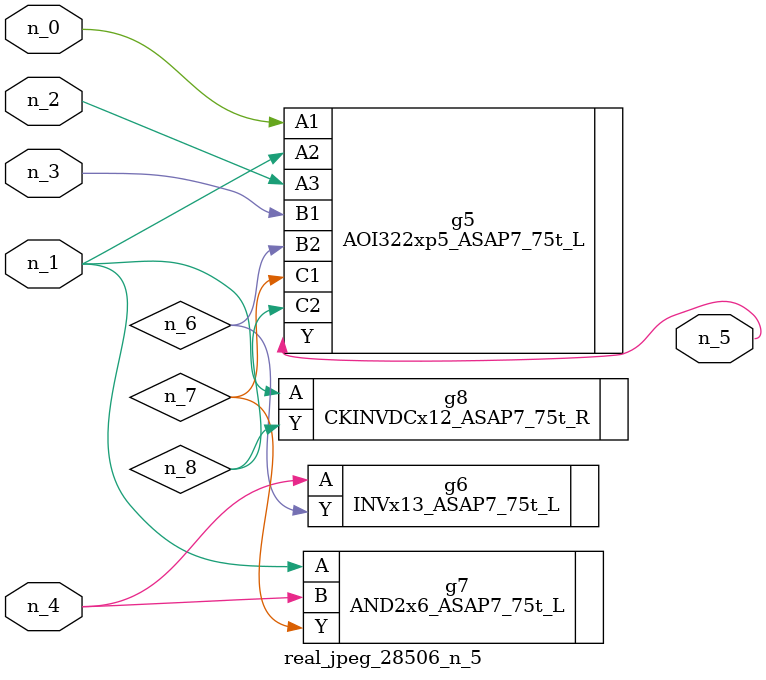
<source format=v>
module real_jpeg_28506_n_5 (n_4, n_0, n_1, n_2, n_3, n_5);

input n_4;
input n_0;
input n_1;
input n_2;
input n_3;

output n_5;

wire n_8;
wire n_6;
wire n_7;

AOI322xp5_ASAP7_75t_L g5 ( 
.A1(n_0),
.A2(n_1),
.A3(n_2),
.B1(n_3),
.B2(n_6),
.C1(n_7),
.C2(n_8),
.Y(n_5)
);

AND2x6_ASAP7_75t_L g7 ( 
.A(n_1),
.B(n_4),
.Y(n_7)
);

CKINVDCx12_ASAP7_75t_R g8 ( 
.A(n_1),
.Y(n_8)
);

INVx13_ASAP7_75t_L g6 ( 
.A(n_4),
.Y(n_6)
);


endmodule
</source>
